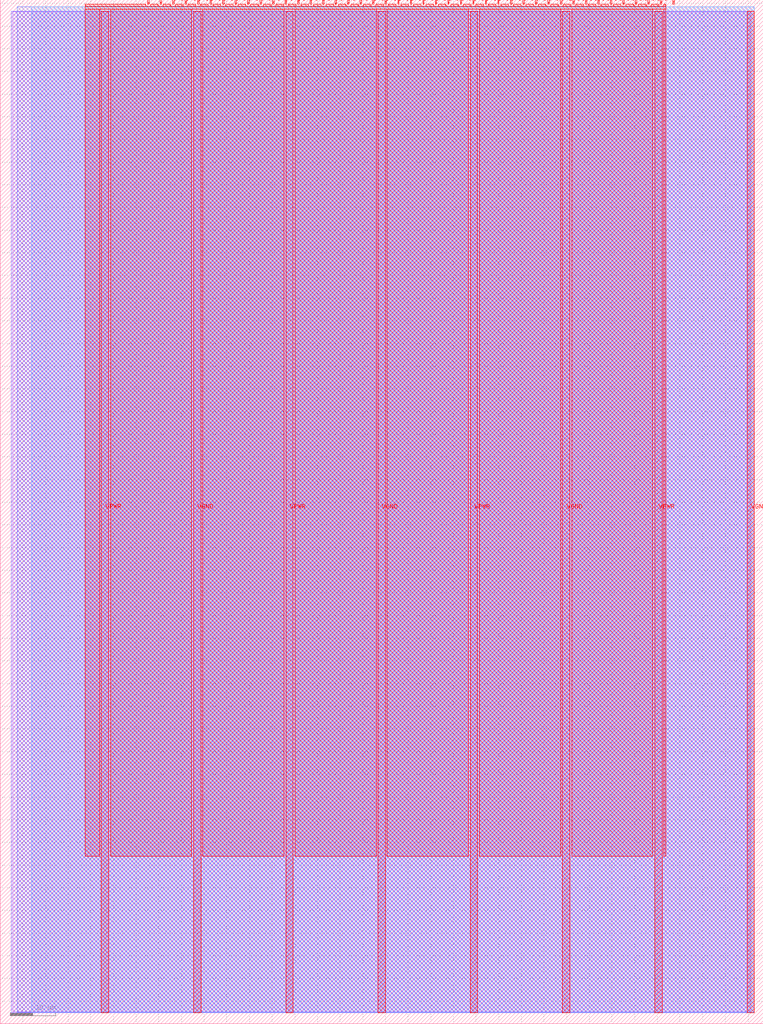
<source format=lef>
VERSION 5.7 ;
  NOWIREEXTENSIONATPIN ON ;
  DIVIDERCHAR "/" ;
  BUSBITCHARS "[]" ;
MACRO tt_um_morningjava_top
  CLASS BLOCK ;
  FOREIGN tt_um_morningjava_top ;
  ORIGIN 0.000 0.000 ;
  SIZE 168.360 BY 225.760 ;
  PIN VGND
    DIRECTION INOUT ;
    USE GROUND ;
    PORT
      LAYER met4 ;
        RECT 42.670 2.480 44.270 223.280 ;
    END
    PORT
      LAYER met4 ;
        RECT 83.380 2.480 84.980 223.280 ;
    END
    PORT
      LAYER met4 ;
        RECT 124.090 2.480 125.690 223.280 ;
    END
    PORT
      LAYER met4 ;
        RECT 164.800 2.480 166.400 223.280 ;
    END
  END VGND
  PIN VPWR
    DIRECTION INOUT ;
    USE POWER ;
    PORT
      LAYER met4 ;
        RECT 22.315 2.480 23.915 223.280 ;
    END
    PORT
      LAYER met4 ;
        RECT 63.025 2.480 64.625 223.280 ;
    END
    PORT
      LAYER met4 ;
        RECT 103.735 2.480 105.335 223.280 ;
    END
    PORT
      LAYER met4 ;
        RECT 144.445 2.480 146.045 223.280 ;
    END
  END VPWR
  PIN clk
    DIRECTION INPUT ;
    USE SIGNAL ;
    ANTENNAGATEAREA 0.852000 ;
    PORT
      LAYER met4 ;
        RECT 145.670 224.760 145.970 225.760 ;
    END
  END clk
  PIN ena
    DIRECTION INPUT ;
    USE SIGNAL ;
    PORT
      LAYER met4 ;
        RECT 148.430 224.760 148.730 225.760 ;
    END
  END ena
  PIN rst_n
    DIRECTION INPUT ;
    USE SIGNAL ;
    ANTENNAGATEAREA 0.196500 ;
    PORT
      LAYER met4 ;
        RECT 142.910 224.760 143.210 225.760 ;
    END
  END rst_n
  PIN ui_in[0]
    DIRECTION INPUT ;
    USE SIGNAL ;
    PORT
      LAYER met4 ;
        RECT 140.150 224.760 140.450 225.760 ;
    END
  END ui_in[0]
  PIN ui_in[1]
    DIRECTION INPUT ;
    USE SIGNAL ;
    PORT
      LAYER met4 ;
        RECT 137.390 224.760 137.690 225.760 ;
    END
  END ui_in[1]
  PIN ui_in[2]
    DIRECTION INPUT ;
    USE SIGNAL ;
    ANTENNAGATEAREA 0.196500 ;
    PORT
      LAYER met4 ;
        RECT 134.630 224.760 134.930 225.760 ;
    END
  END ui_in[2]
  PIN ui_in[3]
    DIRECTION INPUT ;
    USE SIGNAL ;
    PORT
      LAYER met4 ;
        RECT 131.870 224.760 132.170 225.760 ;
    END
  END ui_in[3]
  PIN ui_in[4]
    DIRECTION INPUT ;
    USE SIGNAL ;
    PORT
      LAYER met4 ;
        RECT 129.110 224.760 129.410 225.760 ;
    END
  END ui_in[4]
  PIN ui_in[5]
    DIRECTION INPUT ;
    USE SIGNAL ;
    PORT
      LAYER met4 ;
        RECT 126.350 224.760 126.650 225.760 ;
    END
  END ui_in[5]
  PIN ui_in[6]
    DIRECTION INPUT ;
    USE SIGNAL ;
    PORT
      LAYER met4 ;
        RECT 123.590 224.760 123.890 225.760 ;
    END
  END ui_in[6]
  PIN ui_in[7]
    DIRECTION INPUT ;
    USE SIGNAL ;
    PORT
      LAYER met4 ;
        RECT 120.830 224.760 121.130 225.760 ;
    END
  END ui_in[7]
  PIN uio_in[0]
    DIRECTION INPUT ;
    USE SIGNAL ;
    PORT
      LAYER met4 ;
        RECT 118.070 224.760 118.370 225.760 ;
    END
  END uio_in[0]
  PIN uio_in[1]
    DIRECTION INPUT ;
    USE SIGNAL ;
    PORT
      LAYER met4 ;
        RECT 115.310 224.760 115.610 225.760 ;
    END
  END uio_in[1]
  PIN uio_in[2]
    DIRECTION INPUT ;
    USE SIGNAL ;
    PORT
      LAYER met4 ;
        RECT 112.550 224.760 112.850 225.760 ;
    END
  END uio_in[2]
  PIN uio_in[3]
    DIRECTION INPUT ;
    USE SIGNAL ;
    PORT
      LAYER met4 ;
        RECT 109.790 224.760 110.090 225.760 ;
    END
  END uio_in[3]
  PIN uio_in[4]
    DIRECTION INPUT ;
    USE SIGNAL ;
    PORT
      LAYER met4 ;
        RECT 107.030 224.760 107.330 225.760 ;
    END
  END uio_in[4]
  PIN uio_in[5]
    DIRECTION INPUT ;
    USE SIGNAL ;
    PORT
      LAYER met4 ;
        RECT 104.270 224.760 104.570 225.760 ;
    END
  END uio_in[5]
  PIN uio_in[6]
    DIRECTION INPUT ;
    USE SIGNAL ;
    PORT
      LAYER met4 ;
        RECT 101.510 224.760 101.810 225.760 ;
    END
  END uio_in[6]
  PIN uio_in[7]
    DIRECTION INPUT ;
    USE SIGNAL ;
    PORT
      LAYER met4 ;
        RECT 98.750 224.760 99.050 225.760 ;
    END
  END uio_in[7]
  PIN uio_oe[0]
    DIRECTION OUTPUT TRISTATE ;
    USE SIGNAL ;
    PORT
      LAYER met4 ;
        RECT 51.830 224.760 52.130 225.760 ;
    END
  END uio_oe[0]
  PIN uio_oe[1]
    DIRECTION OUTPUT TRISTATE ;
    USE SIGNAL ;
    PORT
      LAYER met4 ;
        RECT 49.070 224.760 49.370 225.760 ;
    END
  END uio_oe[1]
  PIN uio_oe[2]
    DIRECTION OUTPUT TRISTATE ;
    USE SIGNAL ;
    PORT
      LAYER met4 ;
        RECT 46.310 224.760 46.610 225.760 ;
    END
  END uio_oe[2]
  PIN uio_oe[3]
    DIRECTION OUTPUT TRISTATE ;
    USE SIGNAL ;
    PORT
      LAYER met4 ;
        RECT 43.550 224.760 43.850 225.760 ;
    END
  END uio_oe[3]
  PIN uio_oe[4]
    DIRECTION OUTPUT TRISTATE ;
    USE SIGNAL ;
    PORT
      LAYER met4 ;
        RECT 40.790 224.760 41.090 225.760 ;
    END
  END uio_oe[4]
  PIN uio_oe[5]
    DIRECTION OUTPUT TRISTATE ;
    USE SIGNAL ;
    PORT
      LAYER met4 ;
        RECT 38.030 224.760 38.330 225.760 ;
    END
  END uio_oe[5]
  PIN uio_oe[6]
    DIRECTION OUTPUT TRISTATE ;
    USE SIGNAL ;
    PORT
      LAYER met4 ;
        RECT 35.270 224.760 35.570 225.760 ;
    END
  END uio_oe[6]
  PIN uio_oe[7]
    DIRECTION OUTPUT TRISTATE ;
    USE SIGNAL ;
    PORT
      LAYER met4 ;
        RECT 32.510 224.760 32.810 225.760 ;
    END
  END uio_oe[7]
  PIN uio_out[0]
    DIRECTION OUTPUT TRISTATE ;
    USE SIGNAL ;
    PORT
      LAYER met4 ;
        RECT 73.910 224.760 74.210 225.760 ;
    END
  END uio_out[0]
  PIN uio_out[1]
    DIRECTION OUTPUT TRISTATE ;
    USE SIGNAL ;
    PORT
      LAYER met4 ;
        RECT 71.150 224.760 71.450 225.760 ;
    END
  END uio_out[1]
  PIN uio_out[2]
    DIRECTION OUTPUT TRISTATE ;
    USE SIGNAL ;
    PORT
      LAYER met4 ;
        RECT 68.390 224.760 68.690 225.760 ;
    END
  END uio_out[2]
  PIN uio_out[3]
    DIRECTION OUTPUT TRISTATE ;
    USE SIGNAL ;
    PORT
      LAYER met4 ;
        RECT 65.630 224.760 65.930 225.760 ;
    END
  END uio_out[3]
  PIN uio_out[4]
    DIRECTION OUTPUT TRISTATE ;
    USE SIGNAL ;
    PORT
      LAYER met4 ;
        RECT 62.870 224.760 63.170 225.760 ;
    END
  END uio_out[4]
  PIN uio_out[5]
    DIRECTION OUTPUT TRISTATE ;
    USE SIGNAL ;
    PORT
      LAYER met4 ;
        RECT 60.110 224.760 60.410 225.760 ;
    END
  END uio_out[5]
  PIN uio_out[6]
    DIRECTION OUTPUT TRISTATE ;
    USE SIGNAL ;
    PORT
      LAYER met4 ;
        RECT 57.350 224.760 57.650 225.760 ;
    END
  END uio_out[6]
  PIN uio_out[7]
    DIRECTION OUTPUT TRISTATE ;
    USE SIGNAL ;
    PORT
      LAYER met4 ;
        RECT 54.590 224.760 54.890 225.760 ;
    END
  END uio_out[7]
  PIN uo_out[0]
    DIRECTION OUTPUT TRISTATE ;
    USE SIGNAL ;
    ANTENNADIFFAREA 0.795200 ;
    PORT
      LAYER met4 ;
        RECT 95.990 224.760 96.290 225.760 ;
    END
  END uo_out[0]
  PIN uo_out[1]
    DIRECTION OUTPUT TRISTATE ;
    USE SIGNAL ;
    ANTENNADIFFAREA 0.795200 ;
    PORT
      LAYER met4 ;
        RECT 93.230 224.760 93.530 225.760 ;
    END
  END uo_out[1]
  PIN uo_out[2]
    DIRECTION OUTPUT TRISTATE ;
    USE SIGNAL ;
    ANTENNADIFFAREA 0.795200 ;
    PORT
      LAYER met4 ;
        RECT 90.470 224.760 90.770 225.760 ;
    END
  END uo_out[2]
  PIN uo_out[3]
    DIRECTION OUTPUT TRISTATE ;
    USE SIGNAL ;
    ANTENNADIFFAREA 0.795200 ;
    PORT
      LAYER met4 ;
        RECT 87.710 224.760 88.010 225.760 ;
    END
  END uo_out[3]
  PIN uo_out[4]
    DIRECTION OUTPUT TRISTATE ;
    USE SIGNAL ;
    ANTENNADIFFAREA 0.795200 ;
    PORT
      LAYER met4 ;
        RECT 84.950 224.760 85.250 225.760 ;
    END
  END uo_out[4]
  PIN uo_out[5]
    DIRECTION OUTPUT TRISTATE ;
    USE SIGNAL ;
    ANTENNADIFFAREA 0.795200 ;
    PORT
      LAYER met4 ;
        RECT 82.190 224.760 82.490 225.760 ;
    END
  END uo_out[5]
  PIN uo_out[6]
    DIRECTION OUTPUT TRISTATE ;
    USE SIGNAL ;
    ANTENNADIFFAREA 0.795200 ;
    PORT
      LAYER met4 ;
        RECT 79.430 224.760 79.730 225.760 ;
    END
  END uo_out[6]
  PIN uo_out[7]
    DIRECTION OUTPUT TRISTATE ;
    USE SIGNAL ;
    ANTENNADIFFAREA 0.795200 ;
    PORT
      LAYER met4 ;
        RECT 76.670 224.760 76.970 225.760 ;
    END
  END uo_out[7]
  OBS
      LAYER li1 ;
        RECT 2.760 2.635 165.600 223.125 ;
      LAYER met1 ;
        RECT 2.460 2.480 166.400 223.280 ;
      LAYER met2 ;
        RECT 3.780 2.535 166.370 224.245 ;
      LAYER met3 ;
        RECT 6.965 2.555 166.390 224.225 ;
      LAYER met4 ;
        RECT 18.695 224.360 32.110 224.760 ;
        RECT 33.210 224.360 34.870 224.760 ;
        RECT 35.970 224.360 37.630 224.760 ;
        RECT 38.730 224.360 40.390 224.760 ;
        RECT 41.490 224.360 43.150 224.760 ;
        RECT 44.250 224.360 45.910 224.760 ;
        RECT 47.010 224.360 48.670 224.760 ;
        RECT 49.770 224.360 51.430 224.760 ;
        RECT 52.530 224.360 54.190 224.760 ;
        RECT 55.290 224.360 56.950 224.760 ;
        RECT 58.050 224.360 59.710 224.760 ;
        RECT 60.810 224.360 62.470 224.760 ;
        RECT 63.570 224.360 65.230 224.760 ;
        RECT 66.330 224.360 67.990 224.760 ;
        RECT 69.090 224.360 70.750 224.760 ;
        RECT 71.850 224.360 73.510 224.760 ;
        RECT 74.610 224.360 76.270 224.760 ;
        RECT 77.370 224.360 79.030 224.760 ;
        RECT 80.130 224.360 81.790 224.760 ;
        RECT 82.890 224.360 84.550 224.760 ;
        RECT 85.650 224.360 87.310 224.760 ;
        RECT 88.410 224.360 90.070 224.760 ;
        RECT 91.170 224.360 92.830 224.760 ;
        RECT 93.930 224.360 95.590 224.760 ;
        RECT 96.690 224.360 98.350 224.760 ;
        RECT 99.450 224.360 101.110 224.760 ;
        RECT 102.210 224.360 103.870 224.760 ;
        RECT 104.970 224.360 106.630 224.760 ;
        RECT 107.730 224.360 109.390 224.760 ;
        RECT 110.490 224.360 112.150 224.760 ;
        RECT 113.250 224.360 114.910 224.760 ;
        RECT 116.010 224.360 117.670 224.760 ;
        RECT 118.770 224.360 120.430 224.760 ;
        RECT 121.530 224.360 123.190 224.760 ;
        RECT 124.290 224.360 125.950 224.760 ;
        RECT 127.050 224.360 128.710 224.760 ;
        RECT 129.810 224.360 131.470 224.760 ;
        RECT 132.570 224.360 134.230 224.760 ;
        RECT 135.330 224.360 136.990 224.760 ;
        RECT 138.090 224.360 139.750 224.760 ;
        RECT 140.850 224.360 142.510 224.760 ;
        RECT 143.610 224.360 145.270 224.760 ;
        RECT 146.370 224.360 146.905 224.760 ;
        RECT 18.695 223.680 146.905 224.360 ;
        RECT 18.695 36.895 21.915 223.680 ;
        RECT 24.315 36.895 42.270 223.680 ;
        RECT 44.670 36.895 62.625 223.680 ;
        RECT 65.025 36.895 82.980 223.680 ;
        RECT 85.380 36.895 103.335 223.680 ;
        RECT 105.735 36.895 123.690 223.680 ;
        RECT 126.090 36.895 144.045 223.680 ;
        RECT 146.445 36.895 146.905 223.680 ;
  END
END tt_um_morningjava_top
END LIBRARY


</source>
